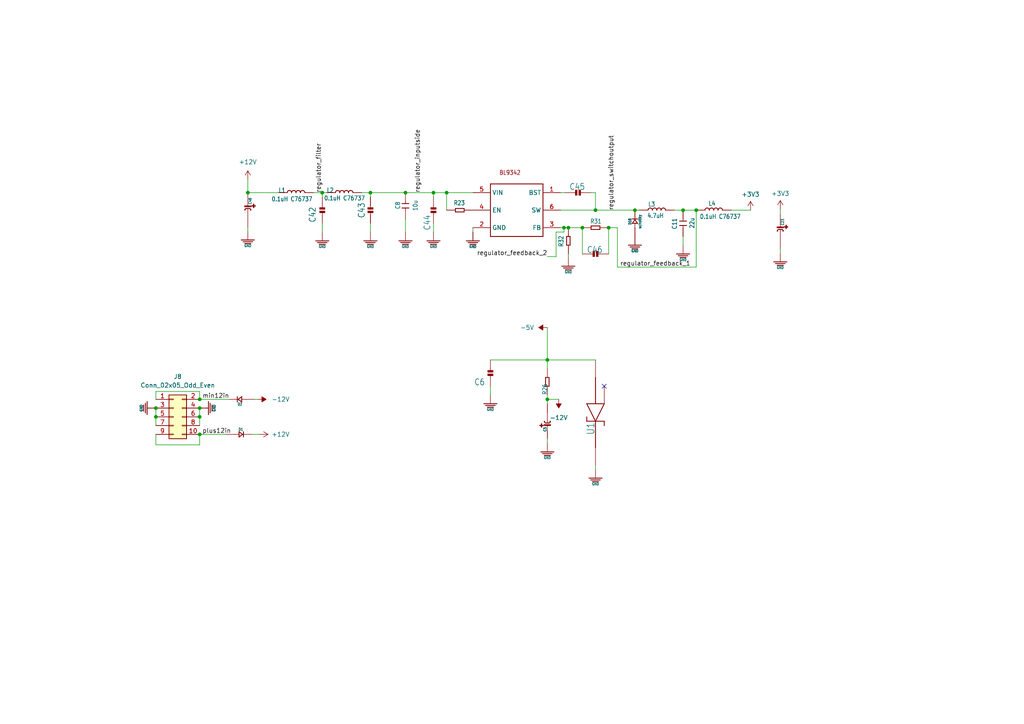
<source format=kicad_sch>
(kicad_sch (version 20221206) (generator eeschema)
  (paper "A4")
  (lib_symbols
    (symbol "Connector_Generic:Conn_02x05_Odd_Even" (pin_names (offset 1.016) hide)
      (property "Reference" "J" (at 1.27 7.62 0))
      (property "Value" "Conn_02x05_Odd_Even" (at 1.27 -7.62 0))
      (symbol "Conn_02x05_Odd_Even_1_1"
        (rectangle (start -1.27 -4.953) (end 0 -5.207) (stroke (width 0.1524)))
        (rectangle (start -1.27 -2.413) (end 0 -2.667) (stroke (width 0.1524)))
        (rectangle (start -1.27 0.127) (end 0 -0.127) (stroke (width 0.1524)))
        (rectangle (start -1.27 2.667) (end 0 2.413) (stroke (width 0.1524)))
        (rectangle (start -1.27 5.207) (end 0 4.953) (stroke (width 0.1524)))
        (rectangle (start -1.27 6.35) (end 3.81 -6.35) (stroke (width 0.254)) (fill (type background)))
        (rectangle (start 3.81 -4.953) (end 2.54 -5.207) (stroke (width 0.1524)))
        (rectangle (start 3.81 -2.413) (end 2.54 -2.667) (stroke (width 0.1524)))
        (rectangle (start 3.81 0.127) (end 2.54 -0.127) (stroke (width 0.1524)))
        (rectangle (start 3.81 2.667) (end 2.54 2.413) (stroke (width 0.1524)))
        (rectangle (start 3.81 5.207) (end 2.54 4.953) (stroke (width 0.1524)))
        (pin passive line (at -5.08 5.08 0) (length 3.81) (name "Pin_1") (number "1"))
        (pin passive line (at 7.62 -5.08 180) (length 3.81) (name "Pin_10") (number "10"))
        (pin passive line (at 7.62 5.08 180) (length 3.81) (name "Pin_2") (number "2"))
        (pin passive line (at -5.08 2.54 0) (length 3.81) (name "Pin_3") (number "3"))
        (pin passive line (at 7.62 2.54 180) (length 3.81) (name "Pin_4") (number "4"))
        (pin passive line (at -5.08 0 0) (length 3.81) (name "Pin_5") (number "5"))
        (pin passive line (at 7.62 0 180) (length 3.81) (name "Pin_6") (number "6"))
        (pin passive line (at -5.08 -2.54 0) (length 3.81) (name "Pin_7") (number "7"))
        (pin passive line (at 7.62 -2.54 180) (length 3.81) (name "Pin_8") (number "8"))
        (pin passive line (at -5.08 -5.08 0) (length 3.81) (name "Pin_9") (number "9"))
      )
    )
    (symbol "TINRS - Wobbler (pico)sch-eagle-import:BL9342"
      (symbol "BL9342_1_0"
        (polyline (pts (xy -7.62 -7.62) (xy -7.62 7.62)) (stroke (width 0.254)))
        (polyline (pts (xy -7.62 7.62) (xy 7.62 7.62)) (stroke (width 0.254)))
        (polyline (pts (xy 7.62 -7.62) (xy -7.62 -7.62)) (stroke (width 0.254)))
        (polyline (pts (xy 7.62 7.62) (xy 7.62 -7.62)) (stroke (width 0.254)))
        (text "BL9342" (at -5.08 10.16 0) (effects (font (size 1.27 1.0795)) (justify left bottom)))
        (pin bidirectional line (at 12.7 5.08 180) (length 5.08) (name "BST") (number "1"))
        (pin bidirectional line (at -12.7 -5.08 0) (length 5.08) (name "GND") (number "2"))
        (pin bidirectional line (at 12.7 -5.08 180) (length 5.08) (name "FB") (number "3"))
        (pin bidirectional line (at -12.7 0 0) (length 5.08) (name "EN") (number "4"))
        (pin bidirectional line (at -12.7 5.08 0) (length 5.08) (name "VIN") (number "5"))
        (pin bidirectional line (at 12.7 0 180) (length 5.08) (name "SW") (number "6"))
      )
    )
    (symbol "TINRS - Wobbler (pico)sch-eagle-import:C-0805"
      (property "Reference" "C" (at -3.81 0 0))
      (property "Value" "C-0805" (at 0 0 0))
      (symbol "C-0805_1_0"
        (polyline (pts (xy -1.27 0) (xy -0.635 0)) (stroke (width 0.1524)))
        (polyline (pts (xy -0.635 -1.016) (xy -0.635 0)) (stroke (width 0.254)))
        (polyline (pts (xy -0.635 0) (xy -0.635 1.016)) (stroke (width 0.254)))
        (polyline (pts (xy 0.635 0) (xy 0.635 -1.016)) (stroke (width 0.254)))
        (polyline (pts (xy 0.635 0) (xy 1.27 0)) (stroke (width 0.1524)))
        (polyline (pts (xy 0.635 1.016) (xy 0.635 0)) (stroke (width 0.254)))
        (pin passive line (at -3.81 0 0) (length 2.54) (name "1") (number "1"))
        (pin passive line (at 3.81 0 180) (length 2.54) (name "2") (number "2"))
      )
    )
    (symbol "TINRS - Wobbler (pico)sch-eagle-import:C-EUC0402"
      (property "Reference" "C" (at 1.524 0.381 0))
      (property "Value" "C-EUC0402" (at 1.524 -4.699 0))
      (symbol "C-EUC0402_1_0"
        (rectangle (start -0.762 -2.032) (end 0.762 -1.524) (fill (type outline)))
        (rectangle (start -0.762 -1.016) (end 0.762 -0.508) (fill (type outline)))
        (polyline (pts (xy 0 -2.54) (xy 0 -2.032)) (stroke (width 0.1524)))
        (polyline (pts (xy 0 0) (xy 0 -0.508)) (stroke (width 0.1524)))
        (pin passive line (at 0 2.54 270) (length 2.54) (name "1") (number "1"))
        (pin passive line (at 0 -5.08 90) (length 2.54) (name "2") (number "2"))
      )
    )
    (symbol "TINRS - Wobbler (pico)sch-eagle-import:C-POLAR-A"
      (property "Reference" "C" (at -1.651 0.254 0))
      (property "Value" "C-POLAR-A" (at 0.762 0.254 0))
      (symbol "C-POLAR-A_1_0"
        (rectangle (start -1.778 1.5875) (end -0.6985 1.778) (fill (type outline)))
        (rectangle (start -1.7145 1.651) (end -0.762 1.778) (fill (type outline)))
        (rectangle (start -1.3335 1.143) (end -1.143 1.2065) (fill (type outline)))
        (rectangle (start -1.3335 1.2065) (end -1.2065 2.2225) (fill (type outline)))
        (rectangle (start -1.27 -0.9525) (end -0.9525 0.9525) (fill (type outline)))
        (rectangle (start -1.2065 1.2065) (end -1.143 2.2225) (fill (type outline)))
        (arc (start -0.508 -0.4445) (mid -0.3964 -0.7139) (end -0.127 -0.8255) (stroke (width 0.254)))
        (rectangle (start -0.127 -0.9525) (end 0 -0.6985) (fill (type outline)))
        (rectangle (start -0.127 0.6985) (end 0 0.889) (fill (type outline)))
        (arc (start -0.127 0.8255) (mid -0.3963 0.7138) (end -0.508 0.4445) (stroke (width 0.254)))
        (rectangle (start -0.127 0.889) (end 0 0.9525) (fill (type outline)))
        (polyline (pts (xy -1.27 0) (xy -2.54 0)) (stroke (width 0.1524)))
        (polyline (pts (xy -0.508 0) (xy 2.54 0)) (stroke (width 0.1524)))
        (polyline (pts (xy -0.508 0.4445) (xy -0.508 -0.4445)) (stroke (width 0.254)))
        (pin bidirectional line (at -5.08 0 0) (length 2.54) (name "1") (number "+"))
        (pin bidirectional line (at 5.08 0 180) (length 2.54) (name "2") (number "-"))
      )
    )
    (symbol "TINRS - Wobbler (pico)sch-eagle-import:D-SMA"
      (property "Reference" "D" (at 0.508 1.016 0))
      (property "Value" "D-SMA" (at 0.508 -1.016 0))
      (symbol "D-SMA_1_0"
        (polyline (pts (xy -1.27 0) (xy 0 0)) (stroke (width 0.1524)))
        (polyline (pts (xy 0 -0.762) (xy 0 0)) (stroke (width 0.254)))
        (polyline (pts (xy 0 -0.762) (xy 1.016 0)) (stroke (width 0.254)))
        (polyline (pts (xy 0 0) (xy 0 0.762)) (stroke (width 0.254)))
        (polyline (pts (xy 0 0.762) (xy 1.016 0)) (stroke (width 0.254)))
        (polyline (pts (xy 1.27 0.762) (xy 1.27 -0.762)) (stroke (width 0.254)))
        (pin passive line (at -3.81 0 0) (length 2.54) (name "+") (number "1"))
        (pin passive line (at 3.81 0 180) (length 2.54) (name "-") (number "2"))
      )
    )
    (symbol "TINRS - Wobbler (pico)sch-eagle-import:D-SOD-123"
      (property "Reference" "D" (at 0.508 1.016 0))
      (property "Value" "D-SOD-123" (at 0.508 -1.016 0))
      (symbol "D-SOD-123_1_0"
        (polyline (pts (xy -1.27 0) (xy 0 0)) (stroke (width 0.1524)))
        (polyline (pts (xy 0 -0.762) (xy 0 0)) (stroke (width 0.254)))
        (polyline (pts (xy 0 -0.762) (xy 1.016 0)) (stroke (width 0.254)))
        (polyline (pts (xy 0 0) (xy 0 0.762)) (stroke (width 0.254)))
        (polyline (pts (xy 0 0.762) (xy 1.016 0)) (stroke (width 0.254)))
        (polyline (pts (xy 1.27 0.762) (xy 1.27 -0.762)) (stroke (width 0.254)))
        (pin passive line (at -3.81 0 0) (length 2.54) (name "+") (number "+"))
        (pin passive line (at 3.81 0 180) (length 2.54) (name "-") (number "-"))
      )
    )
    (symbol "TINRS - Wobbler (pico)sch-eagle-import:GND" (power)
      (property "Value" "GND" (at 0 -1.27 0))
      (symbol "GND_1_0"
        (polyline (pts (xy -1.905 0) (xy 1.905 0)) (stroke (width 0.254)))
        (polyline (pts (xy -1.397 -0.508) (xy 1.397 -0.508)) (stroke (width 0.254)))
        (polyline (pts (xy -0.889 -1.016) (xy 0.889 -1.016)) (stroke (width 0.254)))
        (pin power_in line (at 0 2.54 270) (length 2.54) (name "GND") (number "1"))
      )
    )
    (symbol "TINRS - Wobbler (pico)sch-eagle-import:L-0805"
      (property "Reference" "L" (at -5.08 0 0))
      (property "Value" "L-0805" (at 2.54 0 0))
      (symbol "L-0805_1_0"
        (arc (start -1.27 0) (mid -1.905 0.6323) (end -2.54 0) (stroke (width 0.254)))
        (arc (start 0 0) (mid -0.635 0.6323) (end -1.27 0) (stroke (width 0.254)))
        (arc (start 1.27 0) (mid 0.635 0.6323) (end 0 0) (stroke (width 0.254)))
        (arc (start 2.54 0) (mid 1.905 0.6323) (end 1.27 0) (stroke (width 0.254)))
        (pin passive line (at -5.08 0 0) (length 2.54) (name "1") (number "1"))
        (pin passive line (at 5.08 0 180) (length 2.54) (name "2") (number "2"))
      )
    )
    (symbol "TINRS - Wobbler (pico)sch-eagle-import:L-SPD3D16-4R7M"
      (property "Reference" "L" (at -5.08 0 0))
      (property "Value" "L-SPD3D16-4R7M" (at 2.54 0 0))
      (symbol "L-SPD3D16-4R7M_1_0"
        (arc (start -1.27 0) (mid -1.905 0.6323) (end -2.54 0) (stroke (width 0.254)))
        (arc (start 0 0) (mid -0.635 0.6323) (end -1.27 0) (stroke (width 0.254)))
        (arc (start 1.27 0) (mid 0.635 0.6323) (end 0 0) (stroke (width 0.254)))
        (arc (start 2.54 0) (mid 1.905 0.6323) (end 1.27 0) (stroke (width 0.254)))
        (pin passive line (at -5.08 0 0) (length 2.54) (name "1") (number "1"))
        (pin passive line (at 5.08 0 180) (length 2.54) (name "2") (number "2"))
      )
    )
    (symbol "TINRS - Wobbler (pico)sch-eagle-import:LM4040DIM3-5.0"
      (property "Reference" "U" (at -4.826 2.7686 0))
      (property "Value" "LM4040DIM3-5.0" (at -5.5372 -8.3312 0))
      (symbol "LM4040DIM3-5.0_1_0"
        (polyline (pts (xy -2.54 -5.08) (xy -3.81 -5.08)) (stroke (width 0.254)))
        (polyline (pts (xy -2.54 -5.08) (xy -2.54 -2.54)) (stroke (width 0.254)))
        (polyline (pts (xy -2.54 -2.54) (xy -10.16 -2.54)) (stroke (width 0.254)))
        (polyline (pts (xy -2.54 -2.54) (xy -2.54 0)) (stroke (width 0.254)))
        (polyline (pts (xy -2.54 -2.54) (xy 2.54 -5.08)) (stroke (width 0.254)))
        (polyline (pts (xy -2.54 0) (xy -1.27 0)) (stroke (width 0.254)))
        (polyline (pts (xy 2.54 -5.08) (xy 2.54 -2.54)) (stroke (width 0.254)))
        (polyline (pts (xy 2.54 -2.54) (xy 2.54 0)) (stroke (width 0.254)))
        (polyline (pts (xy 2.54 0) (xy -2.54 -2.54)) (stroke (width 0.254)))
        (polyline (pts (xy 10.16 -2.54) (xy 2.54 -2.54)) (stroke (width 0.254)))
        (pin passive line (at -15.24 -2.54 0) (length 5.08) (name "CATHODE") (number "1"))
        (pin passive line (at 15.24 -2.54 180) (length 5.08) (name "ANODE") (number "2"))
        (pin passive line (at 7.62 -5.08 180) (length 5.08) (name "NC") (number "3"))
      )
    )
    (symbol "TINRS - Wobbler (pico)sch-eagle-import:R-0603"
      (property "Reference" "R" (at -3.81 0 0))
      (property "Value" "R-0603" (at 2.54 0 0))
      (symbol "R-0603_1_0"
        (polyline (pts (xy -1.27 -0.508) (xy -1.27 0.508)) (stroke (width 0.254)))
        (polyline (pts (xy -1.27 0.508) (xy 1.27 0.508)) (stroke (width 0.254)))
        (polyline (pts (xy 1.27 -0.508) (xy -1.27 -0.508)) (stroke (width 0.254)))
        (polyline (pts (xy 1.27 0.508) (xy 1.27 -0.508)) (stroke (width 0.254)))
        (pin passive line (at -3.81 0 0) (length 2.54) (name "1") (number "1"))
        (pin passive line (at 3.81 0 180) (length 2.54) (name "2") (number "2"))
      )
    )
    (symbol "power:+12V" (power) (pin_names (offset 0))
      (property "Value" "+12V" (at 0 3.556 0))
      (symbol "+12V_0_1"
        (polyline (pts (xy -0.762 1.27) (xy 0 2.54)))
        (polyline (pts (xy 0 0) (xy 0 2.54)))
        (polyline (pts (xy 0 2.54) (xy 0.762 1.27)))
      )
      (symbol "+12V_1_1"
        (pin power_in line (at 0 0 90) (length 0) hide (name "+12V") (number "1"))
      )
    )
    (symbol "power:+3.3V" (power) (pin_names (offset 0))
      (property "Value" "+3.3V" (at 0 3.556 0))
      (symbol "+3.3V_0_1"
        (polyline (pts (xy -0.762 1.27) (xy 0 2.54)))
        (polyline (pts (xy 0 0) (xy 0 2.54)))
        (polyline (pts (xy 0 2.54) (xy 0.762 1.27)))
      )
      (symbol "+3.3V_1_1"
        (pin power_in line (at 0 0 90) (length 0) hide (name "+3V3") (number "1"))
      )
    )
    (symbol "power:-12V" (power) (pin_names (offset 0))
      (property "Value" "-12V" (at 0 3.81 0))
      (symbol "-12V_0_0"
        (pin power_in line (at 0 0 90) (length 0) hide (name "-12V") (number "1"))
      )
      (symbol "-12V_0_1"
        (polyline (pts (xy 0 0) (xy 0 1.27) (xy 0.762 1.27) (xy 0 2.54) (xy -0.762 1.27) (xy 0 1.27)) (fill (type outline)))
      )
    )
    (symbol "power:-5V" (power) (pin_names (offset 0))
      (property "Value" "-5V" (at 0 3.81 0))
      (symbol "-5V_0_0"
        (pin power_in line (at 0 0 90) (length 0) hide (name "-5V") (number "1"))
      )
      (symbol "-5V_0_1"
        (polyline (pts (xy 0 0) (xy 0 1.27) (xy 0.762 1.27) (xy 0 2.54) (xy -0.762 1.27) (xy 0 1.27)) (fill (type outline)))
      )
    )
  )
  (junction (at 163.576 66.04))
  (junction (at 125.73 55.88))
  (junction (at 158.75 115.824))
  (junction (at 158.75 104.394))
  (junction (at 176.53 66.04))
  (junction (at 184.15 60.96))
  (junction (at 198.12 60.96))
  (junction (at 45.212 118.364))
  (junction (at 57.912 115.824))
  (junction (at 168.91 66.04))
  (junction (at 71.882 55.88))
  (junction (at 57.912 118.364))
  (junction (at 57.912 120.904))
  (junction (at 164.846 66.04))
  (junction (at 45.212 120.904))
  (junction (at 107.442 55.88))
  (junction (at 117.602 55.88))
  (junction (at 57.912 125.984))
  (junction (at 129.54 55.88))
  (junction (at 93.472 55.88))
  (junction (at 172.72 60.96))
  (junction (at 201.93 60.96))
  (no_connect (at 175.26 112.014))
  (wire (pts (xy 172.72 136.144) (xy 172.72 134.874)))
  (wire (pts (xy 172.72 55.88) (xy 172.72 60.96)))
  (wire (pts (xy 125.73 55.88) (xy 129.54 55.88)))
  (wire (pts (xy 158.75 106.934) (xy 158.75 104.394)))
  (wire (pts (xy 161.29 74.422) (xy 161.29 67.31)))
  (wire (pts (xy 117.602 67.31) (xy 117.602 63.5)))
  (wire (pts (xy 201.93 60.96) (xy 201.93 77.47)))
  (wire (pts (xy 104.902 55.88) (xy 107.442 55.88)))
  (wire (pts (xy 107.442 57.15) (xy 107.442 55.88)))
  (wire (pts (xy 158.75 94.996) (xy 158.75 104.394)))
  (wire (pts (xy 117.602 55.88) (xy 125.73 55.88)))
  (wire (pts (xy 57.912 120.904) (xy 57.912 123.444)))
  (wire (pts (xy 226.314 73.406) (xy 226.314 72.136)))
  (wire (pts (xy 164.846 66.04) (xy 168.91 66.04)))
  (wire (pts (xy 212.09 60.96) (xy 217.678 60.96)))
  (wire (pts (xy 179.07 66.04) (xy 176.53 66.04)))
  (wire (pts (xy 45.212 120.904) (xy 45.212 123.444)))
  (wire (pts (xy 179.07 77.47) (xy 179.07 66.04)))
  (wire (pts (xy 158.75 115.824) (xy 158.75 117.094)))
  (wire (pts (xy 162.56 66.04) (xy 163.576 66.04)))
  (wire (pts (xy 45.212 113.538) (xy 57.912 113.538)))
  (wire (pts (xy 162.56 60.96) (xy 172.72 60.96)))
  (wire (pts (xy 163.576 66.04) (xy 164.846 66.04)))
  (wire (pts (xy 73.914 115.824) (xy 74.676 115.824)))
  (wire (pts (xy 66.294 115.824) (xy 57.912 115.824)))
  (wire (pts (xy 71.882 52.07) (xy 71.882 55.88)))
  (wire (pts (xy 158.75 127.254) (xy 158.75 128.524)))
  (wire (pts (xy 198.12 71.12) (xy 198.12 68.58)))
  (wire (pts (xy 90.932 55.88) (xy 93.472 55.88)))
  (wire (pts (xy 158.75 115.824) (xy 158.75 114.554)))
  (wire (pts (xy 163.576 67.31) (xy 163.576 66.04)))
  (wire (pts (xy 161.29 67.31) (xy 163.576 67.31)))
  (wire (pts (xy 184.15 60.96) (xy 185.42 60.96)))
  (wire (pts (xy 125.73 57.15) (xy 125.73 55.88)))
  (wire (pts (xy 129.54 55.88) (xy 129.54 60.96)))
  (wire (pts (xy 71.882 67.056) (xy 71.882 66.04)))
  (wire (pts (xy 45.212 118.364) (xy 45.212 120.904)))
  (wire (pts (xy 45.212 115.824) (xy 45.212 113.538)))
  (wire (pts (xy 172.72 60.96) (xy 184.15 60.96)))
  (wire (pts (xy 158.75 74.422) (xy 161.29 74.422)))
  (wire (pts (xy 45.212 125.984) (xy 45.212 129.032)))
  (wire (pts (xy 57.912 118.364) (xy 57.912 120.904)))
  (wire (pts (xy 162.56 55.88) (xy 163.83 55.88)))
  (wire (pts (xy 71.882 55.88) (xy 80.772 55.88)))
  (wire (pts (xy 93.472 67.31) (xy 93.472 64.77)))
  (wire (pts (xy 93.472 57.15) (xy 93.472 55.88)))
  (wire (pts (xy 168.91 66.04) (xy 168.91 73.66)))
  (wire (pts (xy 198.12 60.96) (xy 201.93 60.96)))
  (wire (pts (xy 107.442 55.88) (xy 117.602 55.88)))
  (wire (pts (xy 158.75 104.394) (xy 172.72 104.394)))
  (wire (pts (xy 226.314 60.706) (xy 226.314 61.976)))
  (wire (pts (xy 201.93 77.47) (xy 179.07 77.47)))
  (wire (pts (xy 195.58 60.96) (xy 198.12 60.96)))
  (wire (pts (xy 45.212 129.032) (xy 57.912 129.032)))
  (wire (pts (xy 57.912 129.032) (xy 57.912 125.984)))
  (wire (pts (xy 158.75 115.824) (xy 162.052 115.824)))
  (wire (pts (xy 158.75 104.394) (xy 142.24 104.394)))
  (wire (pts (xy 137.16 66.04) (xy 137.16 67.31)))
  (wire (pts (xy 73.152 125.984) (xy 75.184 125.984)))
  (wire (pts (xy 164.846 74.676) (xy 164.846 73.66)))
  (wire (pts (xy 142.24 114.554) (xy 142.24 112.014)))
  (wire (pts (xy 57.912 113.538) (xy 57.912 115.824)))
  (wire (pts (xy 176.53 73.66) (xy 176.53 66.04)))
  (wire (pts (xy 171.45 55.88) (xy 172.72 55.88)))
  (wire (pts (xy 125.73 67.31) (xy 125.73 64.77)))
  (wire (pts (xy 93.472 55.88) (xy 94.742 55.88)))
  (wire (pts (xy 107.442 67.31) (xy 107.442 64.77)))
  (wire (pts (xy 129.54 55.88) (xy 137.16 55.88)))
  (wire (pts (xy 57.912 125.984) (xy 65.532 125.984)))
  (label "regulator_feedback_2" (at 158.75 74.422 180))
  (label "plus12in" (at 58.674 125.984 0))
  (label "regulator_switchoutput" (at 178.308 60.96 90))
  (label "min12in" (at 58.674 115.824 0))
  (label "regulator_inputside" (at 122.174 55.88 90))
  (label "regulator_feedback_1" (at 179.832 77.47 0))
  (label "regulator_filter" (at 93.472 55.88 90))
  (symbol (lib_id "TINRS - Wobbler (pico)sch-eagle-import:GND") (at 71.882 69.596 0) (unit 1)
    (property "Reference" "#GND036" (effects hide))
    (property "Value" "GND" (at 71.882 70.866 0) (effects (font (size 0.762 0.6477)) (justify top)))
  )
  (symbol (lib_id "power:+3.3V") (at 217.678 60.96 0) (unit 1)
    (property "Reference" "#PWR0148" (effects hide))
    (property "Value" "+3.3V" (at 217.678 56.388 0))
  )
  (symbol (lib_id "TINRS - Wobbler (pico)sch-eagle-import:C-POLAR-A") (at 158.75 122.174 90) (unit 1)
    (property "Reference" "C5" (at 158.496 123.825 0) (effects (font (size 0.762 0.6477)) (justify right bottom)))
    (property "Value" "10uF" (at 158.496 121.412 0) (effects (font (size 0.762 0.6477)) (justify left bottom)))
    (property "Footprint" "CASE-A_3216" (effects hide))
    (property "Value" "197427" (effects hide))
  )
  (symbol (lib_id "TINRS - Wobbler (pico)sch-eagle-import:D-SMA") (at 70.104 115.824 180) (unit 1)
    (property "Reference" "D2" (at 69.596 116.84 0) (effects (font (size 0.762 0.6477)) (justify bottom)))
    (property "Value" "MRA4004T3G" (at 69.596 114.808 0) (effects (font (size 0.762 0.6477)) (justify top)))
    (property "Footprint" "DO-214AC" (effects hide))
    (property "Value" "9551824" (effects hide))
  )
  (symbol (lib_id "TINRS - Wobbler (pico)sch-eagle-import:D-SOD-123") (at 184.15 64.77 90) (unit 1)
    (property "Reference" "D18" (at 183.134 64.262 0) (effects (font (size 0.762 0.6477)) (justify bottom)))
    (property "Value" "schottky" (at 185.166 64.262 0) (effects (font (size 0.762 0.6477)) (justify top)))
    (property "Footprint" "TINRS - Wobbler (pico)sch:SOD123" (effects hide))
  )
  (symbol (lib_id "TINRS - Wobbler (pico)sch-eagle-import:GND") (at 137.16 69.85 0) (unit 1)
    (property "Reference" "#GND015" (effects hide))
    (property "Value" "GND" (at 137.16 71.12 0) (effects (font (size 0.762 0.6477)) (justify top)))
  )
  (symbol (lib_id "power:+12V") (at 75.184 125.984 270) (unit 1)
    (property "Reference" "#PWR0150" (effects hide))
    (property "Value" "+12V" (at 78.74 125.9839 90) (effects (justify left)))
  )
  (symbol (lib_id "TINRS - Wobbler (pico)sch-eagle-import:GND") (at 226.314 75.946 0) (unit 1)
    (property "Reference" "#GND016" (effects hide))
    (property "Value" "GND" (at 226.314 77.216 0) (effects (font (size 0.762 0.6477)) (justify top)))
  )
  (symbol (lib_id "TINRS - Wobbler (pico)sch-eagle-import:GND") (at 172.72 138.684 0) (unit 1)
    (property "Reference" "#GND024" (effects hide))
    (property "Value" "GND" (at 172.72 139.954 0) (effects (font (size 0.762 0.6477)) (justify top)))
  )
  (symbol (lib_id "TINRS - Wobbler (pico)sch-eagle-import:C-POLAR-A") (at 226.314 67.056 270) (unit 1)
    (property "Reference" "C23" (at 226.568 65.405 0) (effects (font (size 0.762 0.6477)) (justify right bottom)))
    (property "Value" "10uF" (at 226.568 67.818 0) (effects (font (size 0.762 0.6477)) (justify left bottom)))
    (property "Footprint" "CASE-A_3216" (effects hide))
    (property "Value" "197427" (effects hide))
  )
  (symbol (lib_id "TINRS - Wobbler (pico)sch-eagle-import:L-0805") (at 207.01 60.96 0) (unit 1)
    (property "Reference" "L4" (at 205.486 59.69 0) (effects (font (size 1.27 1.0795)) (justify left bottom)))
    (property "Value" "0.1uH C76737 " (at 202.946 63.5 0) (effects (font (size 1.27 1.0795)) (justify left bottom)))
    (property "Footprint" "Inductor_SMD:L_0805_2012Metric" (effects hide))
  )
  (symbol (lib_id "TINRS - Wobbler (pico)sch-eagle-import:GND") (at 142.24 117.094 0) (unit 1)
    (property "Reference" "#GND025" (effects hide))
    (property "Value" "GND" (at 142.24 118.364 0) (effects (font (size 0.762 0.6477)) (justify top)))
  )
  (symbol (lib_id "power:-5V") (at 158.75 94.996 90) (unit 1)
    (property "Reference" "#PWR0147" (effects hide))
    (property "Value" "-5V" (at 154.94 94.9959 90) (effects (justify left)))
  )
  (symbol (lib_id "TINRS - Wobbler (pico)sch-eagle-import:BL9342") (at 149.86 60.96 0) (unit 1)
    (property "Reference" "U$5" (effects hide))
    (property "Value" "BL9342" (effects hide))
    (property "Footprint" "SOT23-6" (effects hide))
  )
  (symbol (lib_id "TINRS - Wobbler (pico)sch-eagle-import:GND") (at 42.672 118.364 270) (mirror x) (unit 1)
    (property "Reference" "#GND0123" (effects hide))
    (property "Value" "GND" (at 41.402 118.364 0) (effects (font (size 0.762 0.6477)) (justify top)))
  )
  (symbol (lib_id "TINRS - Wobbler (pico)sch-eagle-import:L-0805") (at 85.852 55.88 0) (unit 1)
    (property "Reference" "L1" (at 80.772 55.88 0) (effects (font (size 1.27 1.0795)) (justify left bottom)))
    (property "Value" "0.1uH C76737 " (at 78.74 58.42 0) (effects (font (size 1.27 1.0795)) (justify left bottom)))
    (property "Footprint" "Inductor_SMD:L_0805_2012Metric" (effects hide))
  )
  (symbol (lib_id "TINRS - Wobbler (pico)sch-eagle-import:L-0805") (at 99.822 55.88 0) (unit 1)
    (property "Reference" "L2" (at 94.742 55.88 0) (effects (font (size 1.27 1.0795)) (justify left bottom)))
    (property "Value" "0.1uH C76737 " (at 93.98 58.166 0) (effects (font (size 1.27 1.0795)) (justify left bottom)))
    (property "Footprint" "Inductor_SMD:L_0805_2012Metric" (effects hide))
  )
  (symbol (lib_id "power:-12V") (at 162.052 115.824 180) (unit 1)
    (property "Reference" "#PWR0146" (effects hide))
    (property "Value" "-12V" (at 162.052 121.158 0))
  )
  (symbol (lib_id "TINRS - Wobbler (pico)sch-eagle-import:C-EUC0402") (at 168.91 55.88 270) (unit 1)
    (property "Reference" "C45" (at 165.1 55.118 90) (effects (font (size 1.778 1.5113)) (justify left bottom)))
    (property "Value" "100nF" (at 164.592 59.69 90) (effects (font (size 1.778 1.5113)) (justify left bottom)))
    (property "Footprint" "Capacitor_SMD:C_0402_1005Metric" (effects hide))
    (property "Value" "1759017" (effects hide))
  )
  (symbol (lib_id "TINRS - Wobbler (pico)sch-eagle-import:GND") (at 184.15 71.12 0) (unit 1)
    (property "Reference" "#GND018" (effects hide))
    (property "Value" "GND" (at 184.15 72.39 0) (effects (font (size 0.762 0.6477)) (justify top)))
  )
  (symbol (lib_id "TINRS - Wobbler (pico)sch-eagle-import:D-SMA") (at 69.342 125.984 0) (unit 1)
    (property "Reference" "D1" (at 69.85 124.968 0) (effects (font (size 0.762 0.6477)) (justify bottom)))
    (property "Value" "MRA4004T3G" (at 69.85 127 0) (effects (font (size 0.762 0.6477)) (justify top)))
    (property "Footprint" "DO-214AC" (effects hide))
    (property "Value" "9551824" (effects hide))
  )
  (symbol (lib_id "TINRS - Wobbler (pico)sch-eagle-import:C-EUC0402") (at 107.442 62.23 180) (unit 1)
    (property "Reference" "C43" (at 103.886 58.674 90) (effects (font (size 1.778 1.5113)) (justify left bottom)))
    (property "Value" "100nF" (at 108.458 57.912 90) (effects (font (size 1.778 1.5113)) (justify left bottom)))
    (property "Footprint" "Capacitor_SMD:C_0402_1005Metric" (effects hide))
    (property "Value" "1759017" (effects hide))
  )
  (symbol (lib_id "TINRS - Wobbler (pico)sch-eagle-import:GND") (at 198.12 73.66 0) (unit 1)
    (property "Reference" "#GND053" (effects hide))
    (property "Value" "GND" (at 198.12 74.93 0) (effects (font (size 0.762 0.6477)) (justify top)))
  )
  (symbol (lib_id "TINRS - Wobbler (pico)sch-eagle-import:C-POLAR-A") (at 71.882 60.96 270) (unit 1)
    (property "Reference" "C48" (at 72.136 59.309 0) (effects (font (size 0.762 0.6477)) (justify right bottom)))
    (property "Value" "10uF" (at 72.136 61.722 0) (effects (font (size 0.762 0.6477)) (justify left bottom)))
    (property "Footprint" "CASE-A_3216" (effects hide))
    (property "Value" "197427" (effects hide))
  )
  (symbol (lib_id "power:+12V") (at 71.882 52.07 0) (unit 1)
    (property "Reference" "#PWR0151" (effects hide))
    (property "Value" "+12V" (at 71.882 46.99 0))
  )
  (symbol (lib_id "TINRS - Wobbler (pico)sch-eagle-import:GND") (at 93.472 69.85 0) (unit 1)
    (property "Reference" "#GND035" (effects hide))
    (property "Value" "GND" (at 93.472 71.12 0) (effects (font (size 0.762 0.6477)) (justify top)))
  )
  (symbol (lib_id "power:+3.3V") (at 226.314 60.706 0) (unit 1)
    (property "Reference" "#PWR0149" (effects hide))
    (property "Value" "+3.3V" (at 226.314 56.134 0))
  )
  (symbol (lib_id "TINRS - Wobbler (pico)sch-eagle-import:C-0805") (at 117.602 59.69 90) (unit 1)
    (property "Reference" "C8" (at 116.078 60.706 0) (effects (font (size 1.27 1.0795)) (justify left bottom)))
    (property "Value" "10u" (at 121.158 61.214 0) (effects (font (size 1.27 1.0795)) (justify left bottom)))
    (property "Footprint" "Capacitor_SMD:C_0805_2012Metric" (effects hide))
  )
  (symbol (lib_id "TINRS - Wobbler (pico)sch-eagle-import:R-0603") (at 172.72 66.04 180) (unit 1)
    (property "Reference" "R31" (at 174.498 63.5 0) (effects (font (size 1.27 1.0795)) (justify left bottom)))
    (property "Value" "49.9k" (at 175.006 67.056 0) (effects (font (size 1.27 1.0795)) (justify left bottom)))
    (property "Footprint" "Resistor_SMD:R_0603_1608Metric" (effects hide))
    (property "Value" "unknown" (effects hide))
  )
  (symbol (lib_id "TINRS - Wobbler (pico)sch-eagle-import:C-EUC0402") (at 142.24 109.474 180) (unit 1)
    (property "Reference" "C6" (at 140.716 109.855 0) (effects (font (size 1.778 1.5113)) (justify left bottom)))
    (property "Value" "100nF" (at 140.716 104.775 0) (effects (font (size 1.778 1.5113)) (justify left bottom)))
    (property "Footprint" "Capacitor_SMD:C_0402_1005Metric" (effects hide))
    (property "Value" "1301804" (effects hide))
  )
  (symbol (lib_id "TINRS - Wobbler (pico)sch-eagle-import:GND") (at 158.75 131.064 0) (unit 1)
    (property "Reference" "#GND023" (effects hide))
    (property "Value" "GND" (at 158.75 132.334 0) (effects (font (size 0.762 0.6477)) (justify top)))
  )
  (symbol (lib_id "TINRS - Wobbler (pico)sch-eagle-import:C-0805") (at 198.12 64.77 90) (unit 1)
    (property "Reference" "C11" (at 196.342 66.548 0) (effects (font (size 1.27 1.0795)) (justify left bottom)))
    (property "Value" "22u" (at 201.422 66.294 0) (effects (font (size 1.27 1.0795)) (justify left bottom)))
    (property "Footprint" "Capacitor_SMD:C_0805_2012Metric" (effects hide))
  )
  (symbol (lib_id "TINRS - Wobbler (pico)sch-eagle-import:R-0603") (at 158.75 110.744 90) (unit 1)
    (property "Reference" "R26" (at 158.75 114.554 0) (effects (font (size 1.27 1.0795)) (justify left bottom)))
    (property "Value" "10k" (at 158.75 108.204 0) (effects (font (size 1.27 1.0795)) (justify left bottom)))
    (property "Footprint" "Resistor_SMD:R_0603_1608Metric" (effects hide))
    (property "Value" "unknown" (effects hide))
  )
  (symbol (lib_id "TINRS - Wobbler (pico)sch-eagle-import:L-SPD3D16-4R7M") (at 190.5 60.96 0) (unit 1)
    (property "Reference" "L3" (at 187.96 59.944 0) (effects (font (size 1.27 1.0795)) (justify left bottom)))
    (property "Value" "4.7uH" (at 187.706 63.246 0) (effects (font (size 1.27 1.0795)) (justify left bottom)))
    (property "Footprint" "TINRS - Wobbler (pico)sch:L0420" (effects hide))
  )
  (symbol (lib_id "power:-12V") (at 74.676 115.824 270) (unit 1)
    (property "Reference" "#PWR0152" (effects hide))
    (property "Value" "-12V" (at 78.74 115.8239 90) (effects (justify left)))
  )
  (symbol (lib_id "TINRS - Wobbler (pico)sch-eagle-import:GND") (at 117.602 69.85 0) (unit 1)
    (property "Reference" "#GND043" (effects hide))
    (property "Value" "GND" (at 117.602 71.12 0) (effects (font (size 0.762 0.6477)) (justify top)))
  )
  (symbol (lib_id "TINRS - Wobbler (pico)sch-eagle-import:LM4040DIM3-5.0") (at 170.18 119.634 90) (unit 1)
    (property "Reference" "U1" (at 172.466 126.238 0) (effects (font (size 2.0828 1.7703)) (justify left bottom)))
    (property "Value" "LM4040DIM3-5.0" (at 180.34 128.27 0) (effects (font (size 2.0828 1.7703)) (justify left bottom)))
    (property "Footprint" "TINRS - Wobbler (pico)sch:SOT95P237X112-3N" (effects hide))
    (property "Value" "9778330" (effects hide))
  )
  (symbol (lib_id "TINRS - Wobbler (pico)sch-eagle-import:GND") (at 125.73 69.85 0) (unit 1)
    (property "Reference" "#GND017" (effects hide))
    (property "Value" "GND" (at 125.73 71.12 0) (effects (font (size 0.762 0.6477)) (justify top)))
  )
  (symbol (lib_id "TINRS - Wobbler (pico)sch-eagle-import:GND") (at 60.452 118.364 90) (unit 1)
    (property "Reference" "#GND0122" (effects hide))
    (property "Value" "GND" (at 61.722 118.364 0) (effects (font (size 0.762 0.6477)) (justify top)))
  )
  (symbol (lib_id "TINRS - Wobbler (pico)sch-eagle-import:R-0603") (at 133.35 60.96 180) (unit 1)
    (property "Reference" "R23" (at 134.874 58.166 0) (effects (font (size 1.27 1.0795)) (justify left bottom)))
    (property "Value" "100k" (at 135.128 61.976 0) (effects (font (size 1.27 1.0795)) (justify left bottom)))
    (property "Footprint" "Resistor_SMD:R_0603_1608Metric" (effects hide))
    (property "Value" "unknown" (effects hide))
  )
  (symbol (lib_id "TINRS - Wobbler (pico)sch-eagle-import:GND") (at 164.846 77.216 0) (unit 1)
    (property "Reference" "#GND039" (effects hide))
    (property "Value" "GND" (at 164.846 78.486 0) (effects (font (size 0.762 0.6477)) (justify top)))
  )
  (symbol (lib_id "TINRS - Wobbler (pico)sch-eagle-import:GND") (at 107.442 69.85 0) (unit 1)
    (property "Reference" "#GND030" (effects hide))
    (property "Value" "GND" (at 107.442 71.12 0) (effects (font (size 0.762 0.6477)) (justify top)))
  )
  (symbol (lib_id "TINRS - Wobbler (pico)sch-eagle-import:R-0603") (at 164.846 69.85 270) (unit 1)
    (property "Reference" "R32" (at 162.052 68.326 0) (effects (font (size 1.27 1.0795)) (justify left bottom)))
    (property "Value" "16.2k" (at 165.608 67.818 0) (effects (font (size 1.27 1.0795)) (justify left bottom)))
    (property "Footprint" "Resistor_SMD:R_0603_1608Metric" (effects hide))
    (property "Value" "unknown" (effects hide))
  )
  (symbol (lib_id "TINRS - Wobbler (pico)sch-eagle-import:C-EUC0402") (at 93.472 62.23 180) (unit 1)
    (property "Reference" "C42" (at 89.662 59.944 90) (effects (font (size 1.778 1.5113)) (justify left bottom)))
    (property "Value" "10n" (at 94.488 59.436 90) (effects (font (size 1.778 1.5113)) (justify left bottom)))
    (property "Footprint" "Capacitor_SMD:C_0402_1005Metric" (effects hide))
    (property "Value" "1759017" (effects hide))
  )
  (symbol (lib_id "Connector_Generic:Conn_02x05_Odd_Even") (at 50.292 120.904 0) (unit 1)
    (property "Reference" "J8" (at 51.562 109.22 0))
    (property "Value" "Conn_02x05_Odd_Even" (at 51.562 111.76 0))
    (property "Footprint" "Connector_IDC:IDC-Header_2x05_P2.54mm_Vertical" (effects hide))
  )
  (symbol (lib_id "TINRS - Wobbler (pico)sch-eagle-import:C-EUC0402") (at 125.73 62.23 180) (unit 1)
    (property "Reference" "C44" (at 122.936 62.23 90) (effects (font (size 1.778 1.5113)) (justify left bottom)))
    (property "Value" "100nF" (at 125.984 62.23 90) (effects (font (size 1.778 1.5113)) (justify left bottom)))
    (property "Footprint" "Capacitor_SMD:C_0402_1005Metric" (effects hide))
    (property "Value" "1759017" (effects hide))
  )
  (symbol (lib_id "TINRS - Wobbler (pico)sch-eagle-import:C-EUC0402") (at 173.99 73.66 270) (unit 1)
    (property "Reference" "C46" (at 170.18 73.406 90) (effects (font (size 1.778 1.5113)) (justify left bottom)))
    (property "Value" "33p" (at 170.688 77.724 90) (effects (font (size 1.778 1.5113)) (justify left bottom)))
    (property "Footprint" "Capacitor_SMD:C_0402_1005Metric" (effects hide))
    (property "Value" "1759017" (effects hide))
  )
)
</source>
